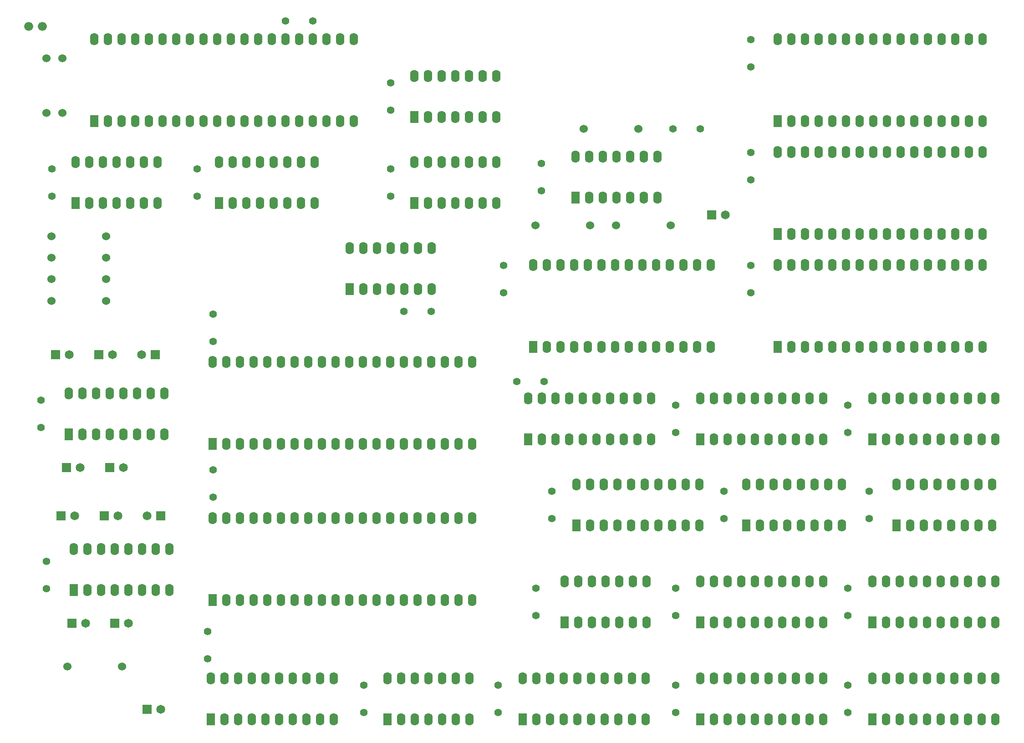
<source format=gbs>
G04 (created by PCBNEW (2013-dec-23)-stable) date dom 04 gen 2015 17:22:54 CET*
%MOIN*%
G04 Gerber Fmt 3.4, Leading zero omitted, Abs format*
%FSLAX34Y34*%
G01*
G70*
G90*
G04 APERTURE LIST*
%ADD10C,0.00590551*%
%ADD11C,0.066*%
%ADD12R,0.062X0.09*%
%ADD13O,0.062X0.09*%
%ADD14C,0.055*%
%ADD15R,0.065X0.065*%
%ADD16C,0.065*%
%ADD17C,0.06*%
G04 APERTURE END LIST*
G54D10*
G54D11*
X23728Y-33070D03*
X22728Y-33070D03*
G54D12*
X36169Y-63629D03*
G54D13*
X37169Y-63629D03*
X38169Y-63629D03*
X39169Y-63629D03*
X40169Y-63629D03*
X41169Y-63629D03*
X42169Y-63629D03*
X43169Y-63629D03*
X44169Y-63629D03*
X45169Y-63629D03*
X46169Y-63629D03*
X47169Y-63629D03*
X48169Y-63629D03*
X49169Y-63629D03*
X50169Y-63629D03*
X51169Y-63629D03*
X52169Y-63629D03*
X53169Y-63629D03*
X54169Y-63629D03*
X55169Y-63629D03*
X55169Y-57629D03*
X54169Y-57629D03*
X53169Y-57629D03*
X52169Y-57629D03*
X51169Y-57629D03*
X50169Y-57629D03*
X49169Y-57629D03*
X48169Y-57629D03*
X47169Y-57629D03*
X46169Y-57629D03*
X45169Y-57629D03*
X44169Y-57629D03*
X43169Y-57629D03*
X42169Y-57629D03*
X41169Y-57629D03*
X40169Y-57629D03*
X39169Y-57629D03*
X38169Y-57629D03*
X37169Y-57629D03*
X36169Y-57629D03*
G54D12*
X27507Y-40007D03*
G54D13*
X28507Y-40007D03*
X29507Y-40007D03*
X30507Y-40007D03*
X31507Y-40007D03*
X32507Y-40007D03*
X33507Y-40007D03*
X34507Y-40007D03*
X35507Y-40007D03*
X36507Y-40007D03*
X37507Y-40007D03*
X38507Y-40007D03*
X39507Y-40007D03*
X40507Y-40007D03*
X41507Y-40007D03*
X42507Y-40007D03*
X43507Y-40007D03*
X44507Y-40007D03*
X45507Y-40007D03*
X46507Y-40007D03*
X46507Y-34007D03*
X45507Y-34007D03*
X44507Y-34007D03*
X43507Y-34007D03*
X42507Y-34007D03*
X41507Y-34007D03*
X40507Y-34007D03*
X39507Y-34007D03*
X38507Y-34007D03*
X37507Y-34007D03*
X36507Y-34007D03*
X35507Y-34007D03*
X34507Y-34007D03*
X33507Y-34007D03*
X32507Y-34007D03*
X31507Y-34007D03*
X30507Y-34007D03*
X29507Y-34007D03*
X28507Y-34007D03*
X27507Y-34007D03*
G54D12*
X36169Y-75047D03*
G54D13*
X37169Y-75047D03*
X38169Y-75047D03*
X39169Y-75047D03*
X40169Y-75047D03*
X41169Y-75047D03*
X42169Y-75047D03*
X43169Y-75047D03*
X44169Y-75047D03*
X45169Y-75047D03*
X46169Y-75047D03*
X47169Y-75047D03*
X48169Y-75047D03*
X49169Y-75047D03*
X50169Y-75047D03*
X51169Y-75047D03*
X52169Y-75047D03*
X53169Y-75047D03*
X54169Y-75047D03*
X55169Y-75047D03*
X55169Y-69047D03*
X54169Y-69047D03*
X53169Y-69047D03*
X52169Y-69047D03*
X51169Y-69047D03*
X50169Y-69047D03*
X49169Y-69047D03*
X48169Y-69047D03*
X47169Y-69047D03*
X46169Y-69047D03*
X45169Y-69047D03*
X44169Y-69047D03*
X43169Y-69047D03*
X42169Y-69047D03*
X41169Y-69047D03*
X40169Y-69047D03*
X39169Y-69047D03*
X38169Y-69047D03*
X37169Y-69047D03*
X36169Y-69047D03*
G54D12*
X77539Y-56543D03*
G54D13*
X78539Y-56543D03*
X79539Y-56543D03*
X80539Y-56543D03*
X81539Y-56543D03*
X82539Y-56543D03*
X83539Y-56543D03*
X84539Y-56543D03*
X85539Y-56543D03*
X86539Y-56543D03*
X87539Y-56543D03*
X88539Y-56543D03*
X89539Y-56543D03*
X90539Y-56543D03*
X91539Y-56543D03*
X92539Y-56543D03*
X92539Y-50543D03*
X91539Y-50543D03*
X90539Y-50543D03*
X89539Y-50543D03*
X88539Y-50543D03*
X87539Y-50543D03*
X86539Y-50543D03*
X85539Y-50543D03*
X84539Y-50543D03*
X83539Y-50543D03*
X82539Y-50543D03*
X81539Y-50543D03*
X80539Y-50543D03*
X79539Y-50543D03*
X78539Y-50543D03*
X77539Y-50543D03*
G54D12*
X77539Y-40007D03*
G54D13*
X78539Y-40007D03*
X79539Y-40007D03*
X80539Y-40007D03*
X81539Y-40007D03*
X82539Y-40007D03*
X83539Y-40007D03*
X84539Y-40007D03*
X85539Y-40007D03*
X86539Y-40007D03*
X87539Y-40007D03*
X88539Y-40007D03*
X89539Y-40007D03*
X90539Y-40007D03*
X91539Y-40007D03*
X92539Y-40007D03*
X92539Y-34007D03*
X91539Y-34007D03*
X90539Y-34007D03*
X89539Y-34007D03*
X88539Y-34007D03*
X87539Y-34007D03*
X86539Y-34007D03*
X85539Y-34007D03*
X84539Y-34007D03*
X83539Y-34007D03*
X82539Y-34007D03*
X81539Y-34007D03*
X80539Y-34007D03*
X79539Y-34007D03*
X78539Y-34007D03*
X77539Y-34007D03*
G54D12*
X77539Y-48275D03*
G54D13*
X78539Y-48275D03*
X79539Y-48275D03*
X80539Y-48275D03*
X81539Y-48275D03*
X82539Y-48275D03*
X83539Y-48275D03*
X84539Y-48275D03*
X85539Y-48275D03*
X86539Y-48275D03*
X87539Y-48275D03*
X88539Y-48275D03*
X89539Y-48275D03*
X90539Y-48275D03*
X91539Y-48275D03*
X92539Y-48275D03*
X92539Y-42275D03*
X91539Y-42275D03*
X90539Y-42275D03*
X89539Y-42275D03*
X88539Y-42275D03*
X87539Y-42275D03*
X86539Y-42275D03*
X85539Y-42275D03*
X84539Y-42275D03*
X83539Y-42275D03*
X82539Y-42275D03*
X81539Y-42275D03*
X80539Y-42275D03*
X79539Y-42275D03*
X78539Y-42275D03*
X77539Y-42275D03*
G54D12*
X84476Y-83783D03*
G54D13*
X85476Y-83783D03*
X86476Y-83783D03*
X87476Y-83783D03*
X88476Y-83783D03*
X89476Y-83783D03*
X90476Y-83783D03*
X91476Y-83783D03*
X92476Y-83783D03*
X93476Y-83783D03*
X93476Y-80783D03*
X92476Y-80783D03*
X91476Y-80783D03*
X90476Y-80783D03*
X89476Y-80783D03*
X88476Y-80783D03*
X87476Y-80783D03*
X86476Y-80783D03*
X85476Y-80783D03*
X84476Y-80783D03*
G54D12*
X59279Y-63311D03*
G54D13*
X60279Y-63311D03*
X61279Y-63311D03*
X62279Y-63311D03*
X63279Y-63311D03*
X64279Y-63311D03*
X65279Y-63311D03*
X66279Y-63311D03*
X67279Y-63311D03*
X68279Y-63311D03*
X68279Y-60311D03*
X67279Y-60311D03*
X66279Y-60311D03*
X65279Y-60311D03*
X64279Y-60311D03*
X63279Y-60311D03*
X62279Y-60311D03*
X61279Y-60311D03*
X60279Y-60311D03*
X59279Y-60311D03*
G54D12*
X71877Y-63311D03*
G54D13*
X72877Y-63311D03*
X73877Y-63311D03*
X74877Y-63311D03*
X75877Y-63311D03*
X76877Y-63311D03*
X77877Y-63311D03*
X78877Y-63311D03*
X79877Y-63311D03*
X80877Y-63311D03*
X80877Y-60311D03*
X79877Y-60311D03*
X78877Y-60311D03*
X77877Y-60311D03*
X76877Y-60311D03*
X75877Y-60311D03*
X74877Y-60311D03*
X73877Y-60311D03*
X72877Y-60311D03*
X71877Y-60311D03*
G54D12*
X71877Y-76696D03*
G54D13*
X72877Y-76696D03*
X73877Y-76696D03*
X74877Y-76696D03*
X75877Y-76696D03*
X76877Y-76696D03*
X77877Y-76696D03*
X78877Y-76696D03*
X79877Y-76696D03*
X80877Y-76696D03*
X80877Y-73696D03*
X79877Y-73696D03*
X78877Y-73696D03*
X77877Y-73696D03*
X76877Y-73696D03*
X75877Y-73696D03*
X74877Y-73696D03*
X73877Y-73696D03*
X72877Y-73696D03*
X71877Y-73696D03*
G54D12*
X62822Y-69610D03*
G54D13*
X63822Y-69610D03*
X64822Y-69610D03*
X65822Y-69610D03*
X66822Y-69610D03*
X67822Y-69610D03*
X68822Y-69610D03*
X69822Y-69610D03*
X70822Y-69610D03*
X71822Y-69610D03*
X71822Y-66610D03*
X70822Y-66610D03*
X69822Y-66610D03*
X68822Y-66610D03*
X67822Y-66610D03*
X66822Y-66610D03*
X65822Y-66610D03*
X64822Y-66610D03*
X63822Y-66610D03*
X62822Y-66610D03*
G54D12*
X84476Y-63311D03*
G54D13*
X85476Y-63311D03*
X86476Y-63311D03*
X87476Y-63311D03*
X88476Y-63311D03*
X89476Y-63311D03*
X90476Y-63311D03*
X91476Y-63311D03*
X92476Y-63311D03*
X93476Y-63311D03*
X93476Y-60311D03*
X92476Y-60311D03*
X91476Y-60311D03*
X90476Y-60311D03*
X89476Y-60311D03*
X88476Y-60311D03*
X87476Y-60311D03*
X86476Y-60311D03*
X85476Y-60311D03*
X84476Y-60311D03*
G54D12*
X84476Y-76696D03*
G54D13*
X85476Y-76696D03*
X86476Y-76696D03*
X87476Y-76696D03*
X88476Y-76696D03*
X89476Y-76696D03*
X90476Y-76696D03*
X91476Y-76696D03*
X92476Y-76696D03*
X93476Y-76696D03*
X93476Y-73696D03*
X92476Y-73696D03*
X91476Y-73696D03*
X90476Y-73696D03*
X89476Y-73696D03*
X88476Y-73696D03*
X87476Y-73696D03*
X86476Y-73696D03*
X85476Y-73696D03*
X84476Y-73696D03*
G54D12*
X36051Y-83783D03*
G54D13*
X37051Y-83783D03*
X38051Y-83783D03*
X39051Y-83783D03*
X40051Y-83783D03*
X41051Y-83783D03*
X42051Y-83783D03*
X43051Y-83783D03*
X44051Y-83783D03*
X45051Y-83783D03*
X45051Y-80783D03*
X44051Y-80783D03*
X43051Y-80783D03*
X42051Y-80783D03*
X41051Y-80783D03*
X40051Y-80783D03*
X39051Y-80783D03*
X38051Y-80783D03*
X37051Y-80783D03*
X36051Y-80783D03*
G54D12*
X58885Y-83783D03*
G54D13*
X59885Y-83783D03*
X60885Y-83783D03*
X61885Y-83783D03*
X62885Y-83783D03*
X63885Y-83783D03*
X64885Y-83783D03*
X65885Y-83783D03*
X66885Y-83783D03*
X67885Y-83783D03*
X67885Y-80783D03*
X66885Y-80783D03*
X65885Y-80783D03*
X64885Y-80783D03*
X63885Y-80783D03*
X62885Y-80783D03*
X61885Y-80783D03*
X60885Y-80783D03*
X59885Y-80783D03*
X58885Y-80783D03*
G54D12*
X71877Y-83783D03*
G54D13*
X72877Y-83783D03*
X73877Y-83783D03*
X74877Y-83783D03*
X75877Y-83783D03*
X76877Y-83783D03*
X77877Y-83783D03*
X78877Y-83783D03*
X79877Y-83783D03*
X80877Y-83783D03*
X80877Y-80783D03*
X79877Y-80783D03*
X78877Y-80783D03*
X77877Y-80783D03*
X76877Y-80783D03*
X75877Y-80783D03*
X74877Y-80783D03*
X73877Y-80783D03*
X72877Y-80783D03*
X71877Y-80783D03*
G54D12*
X26027Y-74334D03*
G54D13*
X27027Y-74334D03*
X28027Y-74334D03*
X29027Y-74334D03*
X30027Y-74334D03*
X31027Y-74334D03*
X32027Y-74334D03*
X33027Y-74334D03*
X33027Y-71334D03*
X32027Y-71334D03*
X31027Y-71334D03*
X30027Y-71334D03*
X29027Y-71334D03*
X28027Y-71334D03*
X27027Y-71334D03*
X26027Y-71334D03*
G54D12*
X25633Y-62917D03*
G54D13*
X26633Y-62917D03*
X27633Y-62917D03*
X28633Y-62917D03*
X29633Y-62917D03*
X30633Y-62917D03*
X31633Y-62917D03*
X32633Y-62917D03*
X32633Y-59917D03*
X31633Y-59917D03*
X30633Y-59917D03*
X29633Y-59917D03*
X28633Y-59917D03*
X27633Y-59917D03*
X26633Y-59917D03*
X25633Y-59917D03*
G54D12*
X36657Y-45988D03*
G54D13*
X37657Y-45988D03*
X38657Y-45988D03*
X39657Y-45988D03*
X40657Y-45988D03*
X41657Y-45988D03*
X42657Y-45988D03*
X43657Y-45988D03*
X43657Y-42988D03*
X42657Y-42988D03*
X41657Y-42988D03*
X40657Y-42988D03*
X39657Y-42988D03*
X38657Y-42988D03*
X37657Y-42988D03*
X36657Y-42988D03*
G54D12*
X75240Y-69610D03*
G54D13*
X76240Y-69610D03*
X77240Y-69610D03*
X78240Y-69610D03*
X79240Y-69610D03*
X80240Y-69610D03*
X81240Y-69610D03*
X82240Y-69610D03*
X82240Y-66610D03*
X81240Y-66610D03*
X80240Y-66610D03*
X79240Y-66610D03*
X78240Y-66610D03*
X77240Y-66610D03*
X76240Y-66610D03*
X75240Y-66610D03*
G54D12*
X86263Y-69610D03*
G54D13*
X87263Y-69610D03*
X88263Y-69610D03*
X89263Y-69610D03*
X90263Y-69610D03*
X91263Y-69610D03*
X92263Y-69610D03*
X93263Y-69610D03*
X93263Y-66610D03*
X92263Y-66610D03*
X91263Y-66610D03*
X90263Y-66610D03*
X89263Y-66610D03*
X88263Y-66610D03*
X87263Y-66610D03*
X86263Y-66610D03*
G54D12*
X61960Y-76696D03*
G54D13*
X62960Y-76696D03*
X63960Y-76696D03*
X64960Y-76696D03*
X65960Y-76696D03*
X66960Y-76696D03*
X67960Y-76696D03*
X67960Y-73696D03*
X66960Y-73696D03*
X65960Y-73696D03*
X64960Y-73696D03*
X63960Y-73696D03*
X62960Y-73696D03*
X61960Y-73696D03*
G54D12*
X50937Y-39688D03*
G54D13*
X51937Y-39688D03*
X52937Y-39688D03*
X53937Y-39688D03*
X54937Y-39688D03*
X55937Y-39688D03*
X56937Y-39688D03*
X56937Y-36688D03*
X55937Y-36688D03*
X54937Y-36688D03*
X53937Y-36688D03*
X52937Y-36688D03*
X51937Y-36688D03*
X50937Y-36688D03*
G54D12*
X46212Y-52287D03*
G54D13*
X47212Y-52287D03*
X48212Y-52287D03*
X49212Y-52287D03*
X50212Y-52287D03*
X51212Y-52287D03*
X52212Y-52287D03*
X52212Y-49287D03*
X51212Y-49287D03*
X50212Y-49287D03*
X49212Y-49287D03*
X48212Y-49287D03*
X47212Y-49287D03*
X46212Y-49287D03*
G54D12*
X48968Y-83783D03*
G54D13*
X49968Y-83783D03*
X50968Y-83783D03*
X51968Y-83783D03*
X52968Y-83783D03*
X53968Y-83783D03*
X54968Y-83783D03*
X54968Y-80783D03*
X53968Y-80783D03*
X52968Y-80783D03*
X51968Y-80783D03*
X50968Y-80783D03*
X49968Y-80783D03*
X48968Y-80783D03*
G54D12*
X62748Y-45594D03*
G54D13*
X63748Y-45594D03*
X64748Y-45594D03*
X65748Y-45594D03*
X66748Y-45594D03*
X67748Y-45594D03*
X68748Y-45594D03*
X68748Y-42594D03*
X67748Y-42594D03*
X66748Y-42594D03*
X65748Y-42594D03*
X64748Y-42594D03*
X63748Y-42594D03*
X62748Y-42594D03*
G54D12*
X50937Y-45988D03*
G54D13*
X51937Y-45988D03*
X52937Y-45988D03*
X53937Y-45988D03*
X54937Y-45988D03*
X55937Y-45988D03*
X56937Y-45988D03*
X56937Y-42988D03*
X55937Y-42988D03*
X54937Y-42988D03*
X53937Y-42988D03*
X52937Y-42988D03*
X51937Y-42988D03*
X50937Y-42988D03*
G54D12*
X26133Y-45988D03*
G54D13*
X27133Y-45988D03*
X28133Y-45988D03*
X29133Y-45988D03*
X30133Y-45988D03*
X31133Y-45988D03*
X32133Y-45988D03*
X32133Y-42988D03*
X31133Y-42988D03*
X30133Y-42988D03*
X29133Y-42988D03*
X28133Y-42988D03*
X27133Y-42988D03*
X26133Y-42988D03*
G54D14*
X41519Y-32677D03*
X43519Y-32677D03*
X24409Y-43488D03*
X24409Y-45488D03*
X50181Y-53937D03*
X52181Y-53937D03*
X36220Y-56118D03*
X36220Y-54118D03*
X24015Y-72228D03*
X24015Y-74228D03*
X75590Y-42307D03*
X75590Y-44307D03*
X61023Y-67110D03*
X61023Y-69110D03*
X35826Y-79346D03*
X35826Y-77346D03*
X57086Y-81283D03*
X57086Y-83283D03*
X70078Y-81283D03*
X70078Y-83283D03*
X82677Y-81283D03*
X82677Y-83283D03*
X60236Y-43094D03*
X60236Y-45094D03*
X59842Y-74196D03*
X59842Y-76196D03*
X60448Y-59055D03*
X58448Y-59055D03*
X36220Y-67535D03*
X36220Y-65535D03*
X23622Y-60417D03*
X23622Y-62417D03*
X70078Y-60811D03*
X70078Y-62811D03*
X82677Y-60811D03*
X82677Y-62811D03*
X73622Y-67110D03*
X73622Y-69110D03*
X84251Y-67110D03*
X84251Y-69110D03*
X70078Y-74196D03*
X70078Y-76196D03*
X82677Y-74196D03*
X82677Y-76196D03*
X35039Y-45488D03*
X35039Y-43488D03*
X49212Y-39188D03*
X49212Y-37188D03*
X49212Y-45488D03*
X49212Y-43488D03*
X47244Y-81283D03*
X47244Y-83283D03*
X57480Y-50574D03*
X57480Y-52574D03*
X75590Y-34039D03*
X75590Y-36039D03*
X75590Y-50574D03*
X75590Y-52574D03*
G54D15*
X24696Y-57086D03*
G54D16*
X25696Y-57086D03*
G54D15*
X32389Y-68897D03*
G54D16*
X31389Y-68897D03*
G54D15*
X27846Y-57086D03*
G54D16*
X28846Y-57086D03*
G54D15*
X25090Y-68897D03*
G54D16*
X26090Y-68897D03*
G54D15*
X28240Y-68897D03*
G54D16*
X29240Y-68897D03*
G54D15*
X31996Y-57086D03*
G54D16*
X30996Y-57086D03*
G54D15*
X28633Y-65354D03*
G54D16*
X29633Y-65354D03*
G54D15*
X25484Y-65354D03*
G54D16*
X26484Y-65354D03*
G54D15*
X29027Y-76771D03*
G54D16*
X30027Y-76771D03*
G54D15*
X25877Y-76771D03*
G54D16*
X26877Y-76771D03*
G54D12*
X59641Y-56543D03*
G54D13*
X60641Y-56543D03*
X61641Y-56543D03*
X62641Y-56543D03*
X63641Y-56543D03*
X64641Y-56543D03*
X65641Y-56543D03*
X66641Y-56543D03*
X67641Y-56543D03*
X68641Y-56543D03*
X69641Y-56543D03*
X70641Y-56543D03*
X71641Y-56543D03*
X72641Y-56543D03*
X72641Y-50543D03*
X71641Y-50543D03*
X70641Y-50543D03*
X69641Y-50543D03*
X68641Y-50543D03*
X67641Y-50543D03*
X66641Y-50543D03*
X65641Y-50543D03*
X64641Y-50543D03*
X63641Y-50543D03*
X62641Y-50543D03*
X61641Y-50543D03*
X60641Y-50543D03*
X59641Y-50543D03*
G54D17*
X59811Y-47637D03*
X63811Y-47637D03*
X24377Y-51574D03*
X28377Y-51574D03*
X24377Y-50000D03*
X28377Y-50000D03*
X25196Y-39401D03*
X25196Y-35401D03*
X24015Y-39401D03*
X24015Y-35401D03*
X24377Y-48425D03*
X28377Y-48425D03*
X24377Y-53149D03*
X28377Y-53149D03*
X65716Y-47637D03*
X69716Y-47637D03*
X25559Y-79921D03*
X29559Y-79921D03*
X63354Y-40551D03*
X67354Y-40551D03*
G54D14*
X69866Y-40551D03*
X71866Y-40551D03*
G54D15*
X72728Y-46850D03*
G54D16*
X73728Y-46850D03*
G54D15*
X31389Y-83070D03*
G54D16*
X32389Y-83070D03*
M02*

</source>
